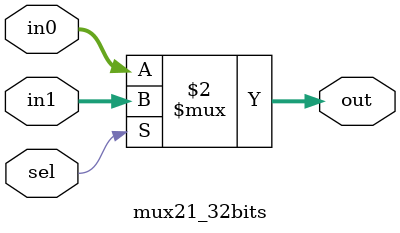
<source format=v>
module mux21_32bits (
    input [31:0] in0,    // chon khi sel=0
    input [31:0] in1,    //chon khi sel=1
    input sel,           
    output [31:0] out    // out 32bits
);

 
    assign out = (sel == 1'b1) ? in1 : in0;

endmodule
</source>
